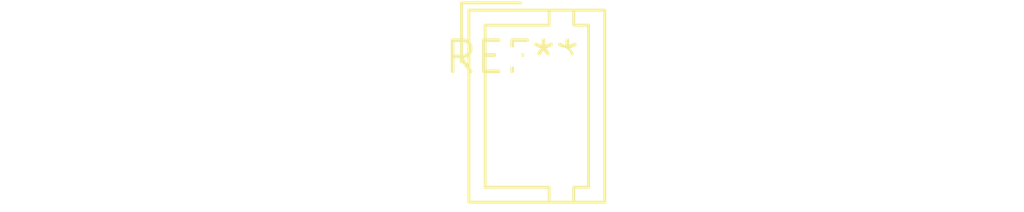
<source format=kicad_pcb>
(kicad_pcb (version 20240108) (generator pcbnew)
  (layers (0 "F.Cu" signal) (31 "B.Cu" signal) (34 "B.Paste" user) (35 "F.Paste" user) (36 "B.SilkS" user "B.Silkscreen") (37 "F.SilkS" user "F.Silkscreen") (38 "B.Mask" user) (39 "F.Mask" user) (44 "Edge.Cuts" user))
  (net 0 "")
  (footprint "JAE_LY20-6P-DT1_2x03_P2.00mm_Vertical" (layer "F.Cu") (at 0 0)
    (property "Reference" "REF**")
    (property "Value" "JAE_LY20-6P-DT1_2x03_P2.00mm_Vertical")
    (fp_line (start -2.06 -2.21) (end -2.06 0.2) (layer "F.SilkS") (stroke (width 0.12)))
    (fp_line (start -1.76 -1.91) (end -1.76 5.91) (layer "F.SilkS") (stroke (width 0.12)))
    (fp_line (start -1.76 5.91) (end 3.76 5.91) (layer "F.SilkS") (stroke (width 0.12)))
    (fp_line (start -1.1 -1.3) (end -1.1 2) (layer "F.SilkS") (stroke (width 0.12)))
    (fp_line (start -1.1 5.3) (end -1.1 2) (layer "F.SilkS") (stroke (width 0.12)))
    (fp_line (start 0.35 -2.21) (end -2.06 -2.21) (layer "F.SilkS") (stroke (width 0.12)))
    (fp_line (start 1.5 -1.91) (end 1.5 -1.3) (layer "F.SilkS") (stroke (width 0.12)))
    (fp_line (start 1.5 -1.3) (end -1.1 -1.3) (layer "F.SilkS") (stroke (width 0.12)))
    (fp_line (start 1.5 5.3) (end -1.1 5.3) (layer "F.SilkS") (stroke (width 0.12)))
    (fp_line (start 1.5 5.91) (end 1.5 5.3) (layer "F.SilkS") (stroke (width 0.12)))
    (fp_line (start 2.5 -1.91) (end 2.5 -1.3) (layer "F.SilkS") (stroke (width 0.12)))
    (fp_line (start 2.5 -1.3) (end 3.1 -1.3) (layer "F.SilkS") (stroke (width 0.12)))
    (fp_line (start 2.5 5.3) (end 3.1 5.3) (layer "F.SilkS") (stroke (width 0.12)))
    (fp_line (start 2.5 5.91) (end 2.5 5.3) (layer "F.SilkS") (stroke (width 0.12)))
    (fp_line (start 3.1 -1.3) (end 3.1 2) (layer "F.SilkS") (stroke (width 0.12)))
    (fp_line (start 3.1 5.3) (end 3.1 2) (layer "F.SilkS") (stroke (width 0.12)))
    (fp_line (start 3.76 -1.91) (end -1.76 -1.91) (layer "F.SilkS") (stroke (width 0.12)))
    (fp_line (start 3.76 5.91) (end 3.76 -1.91) (layer "F.SilkS") (stroke (width 0.12)))
    (pad "a1" thru_hole roundrect (at 0 0) (size 1.2 1.2) (drill 0.8) (layers *.Cu *.Mask) (remove_unused_layers) (roundrect_rratio 0.208333))
    (pad "a2" thru_hole circle (at 0 2) (size 1.2 1.2) (drill 0.8) (layers *.Cu *.Mask) (remove_unused_layers))
    (pad "a3" thru_hole circle (at 0 4) (size 1.2 1.2) (drill 0.8) (layers *.Cu *.Mask) (remove_unused_layers))
    (pad "b1" thru_hole circle (at 2 0) (size 1.2 1.2) (drill 0.8) (layers *.Cu *.Mask) (remove_unused_layers))
    (pad "b2" thru_hole circle (at 2 2) (size 1.2 1.2) (drill 0.8) (layers *.Cu *.Mask) (remove_unused_layers))
    (pad "b3" thru_hole circle (at 2 4) (size 1.2 1.2) (drill 0.8) (layers *.Cu *.Mask) (remove_unused_layers))
  )
)
</source>
